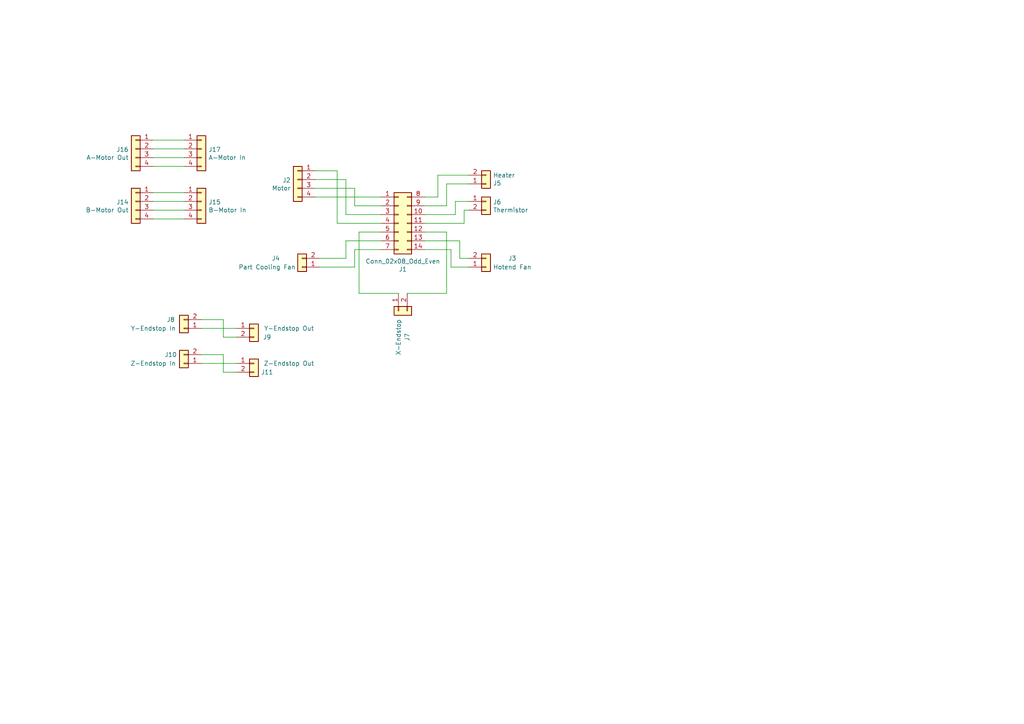
<source format=kicad_sch>
(kicad_sch (version 20211123) (generator eeschema)

  (uuid e63e39d7-6ac0-4ffd-8aa3-1841a4541b55)

  (paper "A4")

  (lib_symbols
    (symbol "Connector_Generic:Conn_01x02" (pin_names (offset 1.016) hide) (in_bom yes) (on_board yes)
      (property "Reference" "J" (id 0) (at 0 2.54 0)
        (effects (font (size 1.27 1.27)))
      )
      (property "Value" "Conn_01x02" (id 1) (at 0 -5.08 0)
        (effects (font (size 1.27 1.27)))
      )
      (property "Footprint" "" (id 2) (at 0 0 0)
        (effects (font (size 1.27 1.27)) hide)
      )
      (property "Datasheet" "~" (id 3) (at 0 0 0)
        (effects (font (size 1.27 1.27)) hide)
      )
      (property "ki_keywords" "connector" (id 4) (at 0 0 0)
        (effects (font (size 1.27 1.27)) hide)
      )
      (property "ki_description" "Generic connector, single row, 01x02, script generated (kicad-library-utils/schlib/autogen/connector/)" (id 5) (at 0 0 0)
        (effects (font (size 1.27 1.27)) hide)
      )
      (property "ki_fp_filters" "Connector*:*_1x??_*" (id 6) (at 0 0 0)
        (effects (font (size 1.27 1.27)) hide)
      )
      (symbol "Conn_01x02_1_1"
        (rectangle (start -1.27 -2.413) (end 0 -2.667)
          (stroke (width 0.1524) (type default) (color 0 0 0 0))
          (fill (type none))
        )
        (rectangle (start -1.27 0.127) (end 0 -0.127)
          (stroke (width 0.1524) (type default) (color 0 0 0 0))
          (fill (type none))
        )
        (rectangle (start -1.27 1.27) (end 1.27 -3.81)
          (stroke (width 0.254) (type default) (color 0 0 0 0))
          (fill (type background))
        )
        (pin passive line (at -5.08 0 0) (length 3.81)
          (name "Pin_1" (effects (font (size 1.27 1.27))))
          (number "1" (effects (font (size 1.27 1.27))))
        )
        (pin passive line (at -5.08 -2.54 0) (length 3.81)
          (name "Pin_2" (effects (font (size 1.27 1.27))))
          (number "2" (effects (font (size 1.27 1.27))))
        )
      )
    )
    (symbol "Connector_Generic:Conn_01x04" (pin_names (offset 1.016) hide) (in_bom yes) (on_board yes)
      (property "Reference" "J" (id 0) (at 0 5.08 0)
        (effects (font (size 1.27 1.27)))
      )
      (property "Value" "Conn_01x04" (id 1) (at 0 -7.62 0)
        (effects (font (size 1.27 1.27)))
      )
      (property "Footprint" "" (id 2) (at 0 0 0)
        (effects (font (size 1.27 1.27)) hide)
      )
      (property "Datasheet" "~" (id 3) (at 0 0 0)
        (effects (font (size 1.27 1.27)) hide)
      )
      (property "ki_keywords" "connector" (id 4) (at 0 0 0)
        (effects (font (size 1.27 1.27)) hide)
      )
      (property "ki_description" "Generic connector, single row, 01x04, script generated (kicad-library-utils/schlib/autogen/connector/)" (id 5) (at 0 0 0)
        (effects (font (size 1.27 1.27)) hide)
      )
      (property "ki_fp_filters" "Connector*:*_1x??_*" (id 6) (at 0 0 0)
        (effects (font (size 1.27 1.27)) hide)
      )
      (symbol "Conn_01x04_1_1"
        (rectangle (start -1.27 -4.953) (end 0 -5.207)
          (stroke (width 0.1524) (type default) (color 0 0 0 0))
          (fill (type none))
        )
        (rectangle (start -1.27 -2.413) (end 0 -2.667)
          (stroke (width 0.1524) (type default) (color 0 0 0 0))
          (fill (type none))
        )
        (rectangle (start -1.27 0.127) (end 0 -0.127)
          (stroke (width 0.1524) (type default) (color 0 0 0 0))
          (fill (type none))
        )
        (rectangle (start -1.27 2.667) (end 0 2.413)
          (stroke (width 0.1524) (type default) (color 0 0 0 0))
          (fill (type none))
        )
        (rectangle (start -1.27 3.81) (end 1.27 -6.35)
          (stroke (width 0.254) (type default) (color 0 0 0 0))
          (fill (type background))
        )
        (pin passive line (at -5.08 2.54 0) (length 3.81)
          (name "Pin_1" (effects (font (size 1.27 1.27))))
          (number "1" (effects (font (size 1.27 1.27))))
        )
        (pin passive line (at -5.08 0 0) (length 3.81)
          (name "Pin_2" (effects (font (size 1.27 1.27))))
          (number "2" (effects (font (size 1.27 1.27))))
        )
        (pin passive line (at -5.08 -2.54 0) (length 3.81)
          (name "Pin_3" (effects (font (size 1.27 1.27))))
          (number "3" (effects (font (size 1.27 1.27))))
        )
        (pin passive line (at -5.08 -5.08 0) (length 3.81)
          (name "Pin_4" (effects (font (size 1.27 1.27))))
          (number "4" (effects (font (size 1.27 1.27))))
        )
      )
    )
    (symbol "Connector_Generic:Conn_02x07_Top_Bottom" (pin_names (offset 1.016) hide) (in_bom yes) (on_board yes)
      (property "Reference" "J" (id 0) (at 1.27 10.16 0)
        (effects (font (size 1.27 1.27)))
      )
      (property "Value" "Conn_02x07_Top_Bottom" (id 1) (at 1.27 -10.16 0)
        (effects (font (size 1.27 1.27)))
      )
      (property "Footprint" "" (id 2) (at 0 0 0)
        (effects (font (size 1.27 1.27)) hide)
      )
      (property "Datasheet" "~" (id 3) (at 0 0 0)
        (effects (font (size 1.27 1.27)) hide)
      )
      (property "ki_keywords" "connector" (id 4) (at 0 0 0)
        (effects (font (size 1.27 1.27)) hide)
      )
      (property "ki_description" "Generic connector, double row, 02x07, top/bottom pin numbering scheme (row 1: 1...pins_per_row, row2: pins_per_row+1 ... num_pins), script generated (kicad-library-utils/schlib/autogen/connector/)" (id 5) (at 0 0 0)
        (effects (font (size 1.27 1.27)) hide)
      )
      (property "ki_fp_filters" "Connector*:*_2x??_*" (id 6) (at 0 0 0)
        (effects (font (size 1.27 1.27)) hide)
      )
      (symbol "Conn_02x07_Top_Bottom_1_1"
        (rectangle (start -1.27 -7.493) (end 0 -7.747)
          (stroke (width 0.1524) (type default) (color 0 0 0 0))
          (fill (type none))
        )
        (rectangle (start -1.27 -4.953) (end 0 -5.207)
          (stroke (width 0.1524) (type default) (color 0 0 0 0))
          (fill (type none))
        )
        (rectangle (start -1.27 -2.413) (end 0 -2.667)
          (stroke (width 0.1524) (type default) (color 0 0 0 0))
          (fill (type none))
        )
        (rectangle (start -1.27 0.127) (end 0 -0.127)
          (stroke (width 0.1524) (type default) (color 0 0 0 0))
          (fill (type none))
        )
        (rectangle (start -1.27 2.667) (end 0 2.413)
          (stroke (width 0.1524) (type default) (color 0 0 0 0))
          (fill (type none))
        )
        (rectangle (start -1.27 5.207) (end 0 4.953)
          (stroke (width 0.1524) (type default) (color 0 0 0 0))
          (fill (type none))
        )
        (rectangle (start -1.27 7.747) (end 0 7.493)
          (stroke (width 0.1524) (type default) (color 0 0 0 0))
          (fill (type none))
        )
        (rectangle (start -1.27 8.89) (end 3.81 -8.89)
          (stroke (width 0.254) (type default) (color 0 0 0 0))
          (fill (type background))
        )
        (rectangle (start 3.81 -7.493) (end 2.54 -7.747)
          (stroke (width 0.1524) (type default) (color 0 0 0 0))
          (fill (type none))
        )
        (rectangle (start 3.81 -4.953) (end 2.54 -5.207)
          (stroke (width 0.1524) (type default) (color 0 0 0 0))
          (fill (type none))
        )
        (rectangle (start 3.81 -2.413) (end 2.54 -2.667)
          (stroke (width 0.1524) (type default) (color 0 0 0 0))
          (fill (type none))
        )
        (rectangle (start 3.81 0.127) (end 2.54 -0.127)
          (stroke (width 0.1524) (type default) (color 0 0 0 0))
          (fill (type none))
        )
        (rectangle (start 3.81 2.667) (end 2.54 2.413)
          (stroke (width 0.1524) (type default) (color 0 0 0 0))
          (fill (type none))
        )
        (rectangle (start 3.81 5.207) (end 2.54 4.953)
          (stroke (width 0.1524) (type default) (color 0 0 0 0))
          (fill (type none))
        )
        (rectangle (start 3.81 7.747) (end 2.54 7.493)
          (stroke (width 0.1524) (type default) (color 0 0 0 0))
          (fill (type none))
        )
        (pin passive line (at -5.08 7.62 0) (length 3.81)
          (name "Pin_1" (effects (font (size 1.27 1.27))))
          (number "1" (effects (font (size 1.27 1.27))))
        )
        (pin passive line (at 7.62 2.54 180) (length 3.81)
          (name "Pin_10" (effects (font (size 1.27 1.27))))
          (number "10" (effects (font (size 1.27 1.27))))
        )
        (pin passive line (at 7.62 0 180) (length 3.81)
          (name "Pin_11" (effects (font (size 1.27 1.27))))
          (number "11" (effects (font (size 1.27 1.27))))
        )
        (pin passive line (at 7.62 -2.54 180) (length 3.81)
          (name "Pin_12" (effects (font (size 1.27 1.27))))
          (number "12" (effects (font (size 1.27 1.27))))
        )
        (pin passive line (at 7.62 -5.08 180) (length 3.81)
          (name "Pin_13" (effects (font (size 1.27 1.27))))
          (number "13" (effects (font (size 1.27 1.27))))
        )
        (pin passive line (at 7.62 -7.62 180) (length 3.81)
          (name "Pin_14" (effects (font (size 1.27 1.27))))
          (number "14" (effects (font (size 1.27 1.27))))
        )
        (pin passive line (at -5.08 5.08 0) (length 3.81)
          (name "Pin_2" (effects (font (size 1.27 1.27))))
          (number "2" (effects (font (size 1.27 1.27))))
        )
        (pin passive line (at -5.08 2.54 0) (length 3.81)
          (name "Pin_3" (effects (font (size 1.27 1.27))))
          (number "3" (effects (font (size 1.27 1.27))))
        )
        (pin passive line (at -5.08 0 0) (length 3.81)
          (name "Pin_4" (effects (font (size 1.27 1.27))))
          (number "4" (effects (font (size 1.27 1.27))))
        )
        (pin passive line (at -5.08 -2.54 0) (length 3.81)
          (name "Pin_5" (effects (font (size 1.27 1.27))))
          (number "5" (effects (font (size 1.27 1.27))))
        )
        (pin passive line (at -5.08 -5.08 0) (length 3.81)
          (name "Pin_6" (effects (font (size 1.27 1.27))))
          (number "6" (effects (font (size 1.27 1.27))))
        )
        (pin passive line (at -5.08 -7.62 0) (length 3.81)
          (name "Pin_7" (effects (font (size 1.27 1.27))))
          (number "7" (effects (font (size 1.27 1.27))))
        )
        (pin passive line (at 7.62 7.62 180) (length 3.81)
          (name "Pin_8" (effects (font (size 1.27 1.27))))
          (number "8" (effects (font (size 1.27 1.27))))
        )
        (pin passive line (at 7.62 5.08 180) (length 3.81)
          (name "Pin_9" (effects (font (size 1.27 1.27))))
          (number "9" (effects (font (size 1.27 1.27))))
        )
      )
    )
  )


  (wire (pts (xy 64.77 92.71) (xy 64.77 97.79))
    (stroke (width 0) (type default) (color 0 0 0 0))
    (uuid 0094fc92-df15-495b-bb35-e7b1d822e6b8)
  )
  (wire (pts (xy 97.79 64.77) (xy 110.49 64.77))
    (stroke (width 0) (type default) (color 0 0 0 0))
    (uuid 0305f752-c4dc-4fdf-be21-68d8d08339b0)
  )
  (wire (pts (xy 132.08 58.42) (xy 135.89 58.42))
    (stroke (width 0) (type default) (color 0 0 0 0))
    (uuid 0a616698-b988-4364-a930-2951e9bf3a22)
  )
  (wire (pts (xy 100.33 69.85) (xy 100.33 74.93))
    (stroke (width 0) (type default) (color 0 0 0 0))
    (uuid 11b936e6-bfb2-490d-a241-a48f420958eb)
  )
  (wire (pts (xy 102.87 77.47) (xy 102.87 72.39))
    (stroke (width 0) (type default) (color 0 0 0 0))
    (uuid 141b748d-cb60-4846-baca-a1b1340bc92c)
  )
  (wire (pts (xy 118.11 85.09) (xy 129.54 85.09))
    (stroke (width 0) (type default) (color 0 0 0 0))
    (uuid 154b32e5-de76-4630-8ee1-56e3eaae66ac)
  )
  (wire (pts (xy 102.87 59.69) (xy 102.87 54.61))
    (stroke (width 0) (type default) (color 0 0 0 0))
    (uuid 1fa6bafa-95fd-4855-a440-e0ef002bb610)
  )
  (wire (pts (xy 123.19 57.15) (xy 127 57.15))
    (stroke (width 0) (type default) (color 0 0 0 0))
    (uuid 24accb0e-5c1e-4650-a88e-1095abfdb2db)
  )
  (wire (pts (xy 133.35 69.85) (xy 123.19 69.85))
    (stroke (width 0) (type default) (color 0 0 0 0))
    (uuid 284a0919-63df-43b6-8dbf-84c534855a30)
  )
  (wire (pts (xy 104.14 85.09) (xy 104.14 67.31))
    (stroke (width 0) (type default) (color 0 0 0 0))
    (uuid 2c6ecc42-dc9b-4aa3-9fb2-6f8a1ccb10a9)
  )
  (wire (pts (xy 110.49 69.85) (xy 100.33 69.85))
    (stroke (width 0) (type default) (color 0 0 0 0))
    (uuid 2df6f6a8-78cb-4e93-a87c-b78b3c9c9b52)
  )
  (wire (pts (xy 100.33 52.07) (xy 91.44 52.07))
    (stroke (width 0) (type default) (color 0 0 0 0))
    (uuid 2f39e413-3544-46b4-ac00-e88ffe6c23e0)
  )
  (wire (pts (xy 44.45 55.88) (xy 53.34 55.88))
    (stroke (width 0) (type default) (color 0 0 0 0))
    (uuid 33d75876-7af0-448b-a090-3b4270fde13e)
  )
  (wire (pts (xy 129.54 53.34) (xy 135.89 53.34))
    (stroke (width 0) (type default) (color 0 0 0 0))
    (uuid 3563f4d1-0c25-424e-9bd4-38e4c73cc687)
  )
  (wire (pts (xy 102.87 72.39) (xy 110.49 72.39))
    (stroke (width 0) (type default) (color 0 0 0 0))
    (uuid 387e9f6b-3ffd-48b9-b3b4-7d047a52992c)
  )
  (wire (pts (xy 100.33 62.23) (xy 110.49 62.23))
    (stroke (width 0) (type default) (color 0 0 0 0))
    (uuid 3bfd4060-86ca-49a8-96f1-6d57cef6350c)
  )
  (wire (pts (xy 130.81 77.47) (xy 135.89 77.47))
    (stroke (width 0) (type default) (color 0 0 0 0))
    (uuid 43ed1232-bb71-4dbc-88c1-93f8316c9bec)
  )
  (wire (pts (xy 129.54 85.09) (xy 129.54 67.31))
    (stroke (width 0) (type default) (color 0 0 0 0))
    (uuid 46500665-726d-43ec-afb8-825e94c85647)
  )
  (wire (pts (xy 127 50.8) (xy 135.89 50.8))
    (stroke (width 0) (type default) (color 0 0 0 0))
    (uuid 469009c6-2de4-4dcc-bdea-852b71e29e7a)
  )
  (wire (pts (xy 104.14 67.31) (xy 110.49 67.31))
    (stroke (width 0) (type default) (color 0 0 0 0))
    (uuid 4809fc2e-38a2-4990-acba-8698c3d7fd40)
  )
  (wire (pts (xy 92.71 77.47) (xy 102.87 77.47))
    (stroke (width 0) (type default) (color 0 0 0 0))
    (uuid 4cbb8cbe-7b21-403c-b910-a1353dc1fd6d)
  )
  (wire (pts (xy 100.33 62.23) (xy 100.33 52.07))
    (stroke (width 0) (type default) (color 0 0 0 0))
    (uuid 4de50725-3bc6-4180-b9b3-15821ee0a110)
  )
  (wire (pts (xy 44.45 43.18) (xy 53.34 43.18))
    (stroke (width 0) (type default) (color 0 0 0 0))
    (uuid 54ea759d-60a0-4b41-93e1-0796aa633b42)
  )
  (wire (pts (xy 134.62 64.77) (xy 123.19 64.77))
    (stroke (width 0) (type default) (color 0 0 0 0))
    (uuid 570c7b60-247e-47e6-af27-2321e0fe8196)
  )
  (wire (pts (xy 133.35 74.93) (xy 133.35 69.85))
    (stroke (width 0) (type default) (color 0 0 0 0))
    (uuid 5982ff51-6ca5-4deb-94fb-65c280d8c120)
  )
  (wire (pts (xy 44.45 48.26) (xy 53.34 48.26))
    (stroke (width 0) (type default) (color 0 0 0 0))
    (uuid 59921764-dd38-4cf2-8956-d27183054e3e)
  )
  (wire (pts (xy 92.71 74.93) (xy 100.33 74.93))
    (stroke (width 0) (type default) (color 0 0 0 0))
    (uuid 5b619570-e3e6-4400-891d-f33097d32fe3)
  )
  (wire (pts (xy 132.08 58.42) (xy 132.08 62.23))
    (stroke (width 0) (type default) (color 0 0 0 0))
    (uuid 5d790509-5ad3-4ea3-9cc3-da4acb7abc92)
  )
  (wire (pts (xy 64.77 97.79) (xy 68.58 97.79))
    (stroke (width 0) (type default) (color 0 0 0 0))
    (uuid 68c55181-1666-4ccc-9265-8b999246fc8e)
  )
  (wire (pts (xy 129.54 59.69) (xy 129.54 53.34))
    (stroke (width 0) (type default) (color 0 0 0 0))
    (uuid 7170c321-f8be-4dcd-abd6-fb4dd82823a7)
  )
  (wire (pts (xy 123.19 59.69) (xy 129.54 59.69))
    (stroke (width 0) (type default) (color 0 0 0 0))
    (uuid 784c9c36-ae5f-4840-bc5f-24925f741c6d)
  )
  (wire (pts (xy 58.42 92.71) (xy 64.77 92.71))
    (stroke (width 0) (type default) (color 0 0 0 0))
    (uuid 7de2df19-adb2-46cf-81a4-38a04e16867e)
  )
  (wire (pts (xy 44.45 58.42) (xy 53.34 58.42))
    (stroke (width 0) (type default) (color 0 0 0 0))
    (uuid 819484a5-3861-4b10-80b0-109fd67162df)
  )
  (wire (pts (xy 44.45 60.96) (xy 53.34 60.96))
    (stroke (width 0) (type default) (color 0 0 0 0))
    (uuid 9285e8ee-5677-450b-a02b-55efb9d91c19)
  )
  (wire (pts (xy 91.44 54.61) (xy 102.87 54.61))
    (stroke (width 0) (type default) (color 0 0 0 0))
    (uuid a300887e-3618-4486-93f7-c6c9dd850b8b)
  )
  (wire (pts (xy 130.81 72.39) (xy 130.81 77.47))
    (stroke (width 0) (type default) (color 0 0 0 0))
    (uuid ac481224-4602-4918-ac76-f9165ac30c23)
  )
  (wire (pts (xy 44.45 45.72) (xy 53.34 45.72))
    (stroke (width 0) (type default) (color 0 0 0 0))
    (uuid afa5b444-b785-41eb-8212-1a0c6c855eeb)
  )
  (wire (pts (xy 115.57 85.09) (xy 104.14 85.09))
    (stroke (width 0) (type default) (color 0 0 0 0))
    (uuid b6393baf-7609-42fd-a727-41b8724e9081)
  )
  (wire (pts (xy 91.44 57.15) (xy 110.49 57.15))
    (stroke (width 0) (type default) (color 0 0 0 0))
    (uuid bc699205-670f-47f3-ad4c-680e392e09ec)
  )
  (wire (pts (xy 129.54 67.31) (xy 123.19 67.31))
    (stroke (width 0) (type default) (color 0 0 0 0))
    (uuid be04063e-c74b-48b5-965b-009102991d1a)
  )
  (wire (pts (xy 123.19 62.23) (xy 132.08 62.23))
    (stroke (width 0) (type default) (color 0 0 0 0))
    (uuid c27d70d2-6155-4119-886e-4dc8c5e7f703)
  )
  (wire (pts (xy 134.62 60.96) (xy 135.89 60.96))
    (stroke (width 0) (type default) (color 0 0 0 0))
    (uuid c4a62205-2988-49f5-bc6a-7613600d4793)
  )
  (wire (pts (xy 44.45 40.64) (xy 53.34 40.64))
    (stroke (width 0) (type default) (color 0 0 0 0))
    (uuid c7856ccf-1130-4506-974e-9c43f425dc37)
  )
  (wire (pts (xy 58.42 95.25) (xy 68.58 95.25))
    (stroke (width 0) (type default) (color 0 0 0 0))
    (uuid ca078324-195e-47c8-9f68-884909d7fdf3)
  )
  (wire (pts (xy 110.49 59.69) (xy 102.87 59.69))
    (stroke (width 0) (type default) (color 0 0 0 0))
    (uuid cbc94c8d-f8fc-4f22-8a70-72736ad25f53)
  )
  (wire (pts (xy 64.77 102.87) (xy 64.77 107.95))
    (stroke (width 0) (type default) (color 0 0 0 0))
    (uuid cca964ad-d64e-4c84-a05a-4b48498db544)
  )
  (wire (pts (xy 64.77 107.95) (xy 68.58 107.95))
    (stroke (width 0) (type default) (color 0 0 0 0))
    (uuid d44cf594-638f-424d-936a-6e9ed7c314ce)
  )
  (wire (pts (xy 44.45 63.5) (xy 53.34 63.5))
    (stroke (width 0) (type default) (color 0 0 0 0))
    (uuid db30ce90-6c6d-4a7b-854a-ba0fa4ebef29)
  )
  (wire (pts (xy 134.62 60.96) (xy 134.62 64.77))
    (stroke (width 0) (type default) (color 0 0 0 0))
    (uuid e1b0e18c-68fe-44ef-9da9-af5b399b0631)
  )
  (wire (pts (xy 123.19 72.39) (xy 130.81 72.39))
    (stroke (width 0) (type default) (color 0 0 0 0))
    (uuid ea393a7e-6d21-4737-bfac-b9d1249cfc43)
  )
  (wire (pts (xy 127 57.15) (xy 127 50.8))
    (stroke (width 0) (type default) (color 0 0 0 0))
    (uuid eb45775a-f6bf-4a48-8fa7-25c2f4034d38)
  )
  (wire (pts (xy 97.79 64.77) (xy 97.79 49.53))
    (stroke (width 0) (type default) (color 0 0 0 0))
    (uuid f624f850-ac4f-4447-a510-d3bc414cb6b2)
  )
  (wire (pts (xy 58.42 102.87) (xy 64.77 102.87))
    (stroke (width 0) (type default) (color 0 0 0 0))
    (uuid f90672d0-2ca8-4eaf-98ba-17042306fced)
  )
  (wire (pts (xy 133.35 74.93) (xy 135.89 74.93))
    (stroke (width 0) (type default) (color 0 0 0 0))
    (uuid f9e1df34-c9bc-471f-9baf-46f40a7b529a)
  )
  (wire (pts (xy 58.42 105.41) (xy 68.58 105.41))
    (stroke (width 0) (type default) (color 0 0 0 0))
    (uuid fa93048a-0287-417c-a157-84428f11f7dd)
  )
  (wire (pts (xy 97.79 49.53) (xy 91.44 49.53))
    (stroke (width 0) (type default) (color 0 0 0 0))
    (uuid fb254377-3d79-4125-b2f7-86436e9eb1a8)
  )

  (symbol (lib_id "Connector_Generic:Conn_02x07_Top_Bottom") (at 115.57 64.77 0) (unit 1)
    (in_bom yes) (on_board yes)
    (uuid 00000000-0000-0000-0000-0000607f3fb4)
    (property "Reference" "J1" (id 0) (at 116.84 78.105 0))
    (property "Value" "Conn_02x08_Odd_Even" (id 1) (at 116.84 75.7936 0))
    (property "Footprint" "Connector_Molex:Molex_Micro-Fit_3.0_43045-1412_2x07_P3.00mm_Vertical" (id 2) (at 115.57 64.77 0)
      (effects (font (size 1.27 1.27)) hide)
    )
    (property "Datasheet" "~" (id 3) (at 115.57 64.77 0)
      (effects (font (size 1.27 1.27)) hide)
    )
    (pin "1" (uuid 0bae418d-c8ac-4c56-ac86-ee838e39d565))
    (pin "10" (uuid 2ceb72fa-d85c-4aff-9d68-9eee7007dc9e))
    (pin "11" (uuid 13258d55-8dbf-4bef-9706-9615eade3ecb))
    (pin "12" (uuid c5dc733b-2887-40a7-8731-0818d54e9716))
    (pin "13" (uuid 8613aabf-91e9-40c6-b81a-19040d34e20f))
    (pin "14" (uuid 466400a1-5085-4927-9877-e2df1a430e84))
    (pin "2" (uuid 39a894a5-5af0-41b0-9fb4-fa6362229134))
    (pin "3" (uuid df3680da-0b1d-40d2-9b0d-103f43f756ab))
    (pin "4" (uuid ce78326d-89e3-4909-8a83-50b7b84dac4d))
    (pin "5" (uuid fe95657c-1a28-444b-bd05-3b6452dd866d))
    (pin "6" (uuid 190237cd-6e46-405b-96e2-65743793e32b))
    (pin "7" (uuid bd236c63-88ae-4453-97c4-62b29cfa78e6))
    (pin "8" (uuid 260d8d76-243a-4c71-91bc-7fc193dd89f0))
    (pin "9" (uuid 1ca19182-990e-47ee-bcf4-e7ce8b31cd87))
  )

  (symbol (lib_id "Connector_Generic:Conn_01x04") (at 86.36 52.07 0) (mirror y) (unit 1)
    (in_bom yes) (on_board yes)
    (uuid 00000000-0000-0000-0000-0000607f8393)
    (property "Reference" "J2" (id 0) (at 84.328 52.2732 0)
      (effects (font (size 1.27 1.27)) (justify left))
    )
    (property "Value" "Motor" (id 1) (at 84.328 54.5846 0)
      (effects (font (size 1.27 1.27)) (justify left))
    )
    (property "Footprint" "Connector_JST:JST_XH_B4B-XH-A_1x04_P2.50mm_Vertical" (id 2) (at 86.36 52.07 0)
      (effects (font (size 1.27 1.27)) hide)
    )
    (property "Datasheet" "~" (id 3) (at 86.36 52.07 0)
      (effects (font (size 1.27 1.27)) hide)
    )
    (pin "1" (uuid 6a41e3f0-32d4-449d-b7e5-f2634fc34050))
    (pin "2" (uuid 59f73958-ed72-42ad-925d-938123b73d0b))
    (pin "3" (uuid 187127d5-67c2-4dcb-b98e-4f8d33fbe42c))
    (pin "4" (uuid 39c39cfe-31dd-4bf1-bf85-ce5d6f919991))
  )

  (symbol (lib_id "Connector_Generic:Conn_01x02") (at 140.97 77.47 0) (mirror x) (unit 1)
    (in_bom yes) (on_board yes)
    (uuid 00000000-0000-0000-0000-0000607f8b42)
    (property "Reference" "J3" (id 0) (at 148.59 74.93 0))
    (property "Value" "Hotend Fan" (id 1) (at 148.59 77.47 0))
    (property "Footprint" "Connector_JST:JST_XH_B2B-XH-A_1x02_P2.50mm_Vertical" (id 2) (at 140.97 77.47 0)
      (effects (font (size 1.27 1.27)) hide)
    )
    (property "Datasheet" "~" (id 3) (at 140.97 77.47 0)
      (effects (font (size 1.27 1.27)) hide)
    )
    (pin "1" (uuid 93ee5c31-4456-40ca-a207-06d7442b2b2d))
    (pin "2" (uuid 9ca278f4-f882-4934-a5eb-4b8405dd24d9))
  )

  (symbol (lib_id "Connector_Generic:Conn_01x02") (at 87.63 77.47 180) (unit 1)
    (in_bom yes) (on_board yes)
    (uuid 00000000-0000-0000-0000-0000607f91d9)
    (property "Reference" "J4" (id 0) (at 80.01 74.93 0))
    (property "Value" "Part Cooling Fan" (id 1) (at 77.47 77.47 0))
    (property "Footprint" "Connector_JST:JST_XH_B2B-XH-A_1x02_P2.50mm_Vertical" (id 2) (at 87.63 77.47 0)
      (effects (font (size 1.27 1.27)) hide)
    )
    (property "Datasheet" "~" (id 3) (at 87.63 77.47 0)
      (effects (font (size 1.27 1.27)) hide)
    )
    (pin "1" (uuid 94bd063a-37cb-424d-873f-ea96cec5cd73))
    (pin "2" (uuid a5383d44-32d8-44f2-a3a5-b237ee8f7f39))
  )

  (symbol (lib_id "Connector_Generic:Conn_01x02") (at 140.97 53.34 0) (mirror x) (unit 1)
    (in_bom yes) (on_board yes)
    (uuid 00000000-0000-0000-0000-0000607f983a)
    (property "Reference" "J5" (id 0) (at 143.002 53.1368 0)
      (effects (font (size 1.27 1.27)) (justify left))
    )
    (property "Value" "Heater" (id 1) (at 143.002 50.8254 0)
      (effects (font (size 1.27 1.27)) (justify left))
    )
    (property "Footprint" "TerminalBlock_Phoenix:TerminalBlock_Phoenix_MKDS-1,5-2-5.08_1x02_P5.08mm_Horizontal" (id 2) (at 140.97 53.34 0)
      (effects (font (size 1.27 1.27)) hide)
    )
    (property "Datasheet" "~" (id 3) (at 140.97 53.34 0)
      (effects (font (size 1.27 1.27)) hide)
    )
    (pin "1" (uuid 36a6c2d4-bc76-48dc-907b-c45d26a23587))
    (pin "2" (uuid be93725a-2123-4199-9c95-1c7cacb1763e))
  )

  (symbol (lib_id "Connector_Generic:Conn_01x02") (at 140.97 58.42 0) (unit 1)
    (in_bom yes) (on_board yes)
    (uuid 00000000-0000-0000-0000-0000607f9b98)
    (property "Reference" "J6" (id 0) (at 143.002 58.6232 0)
      (effects (font (size 1.27 1.27)) (justify left))
    )
    (property "Value" "Thermistor" (id 1) (at 143.002 60.9346 0)
      (effects (font (size 1.27 1.27)) (justify left))
    )
    (property "Footprint" "Connector_JST:JST_XH_B2B-XH-A_1x02_P2.50mm_Vertical" (id 2) (at 140.97 58.42 0)
      (effects (font (size 1.27 1.27)) hide)
    )
    (property "Datasheet" "~" (id 3) (at 140.97 58.42 0)
      (effects (font (size 1.27 1.27)) hide)
    )
    (pin "1" (uuid eb640bb2-096c-4b46-891f-aeb698ffca07))
    (pin "2" (uuid c9bbdf94-0af2-496c-a307-c939762fcb82))
  )

  (symbol (lib_id "Connector_Generic:Conn_01x02") (at 115.57 90.17 90) (mirror x) (unit 1)
    (in_bom yes) (on_board yes)
    (uuid 00000000-0000-0000-0000-0000607f9dd9)
    (property "Reference" "J7" (id 0) (at 118.11 97.79 0))
    (property "Value" "X-Endstop" (id 1) (at 115.57 97.79 0))
    (property "Footprint" "Connector_JST:JST_XH_B2B-XH-A_1x02_P2.50mm_Vertical" (id 2) (at 115.57 90.17 0)
      (effects (font (size 1.27 1.27)) hide)
    )
    (property "Datasheet" "~" (id 3) (at 115.57 90.17 0)
      (effects (font (size 1.27 1.27)) hide)
    )
    (pin "1" (uuid d0dfa415-1db3-45eb-bba7-5726a007e0c2))
    (pin "2" (uuid 6b3a6ee7-ecd1-4789-80d6-e7e85e706ae9))
  )

  (symbol (lib_id "Connector_Generic:Conn_01x04") (at 39.37 58.42 0) (mirror y) (unit 1)
    (in_bom yes) (on_board yes)
    (uuid 17a6aa9a-5615-49a9-a00c-a49611f1f6f5)
    (property "Reference" "J14" (id 0) (at 37.338 58.6232 0)
      (effects (font (size 1.27 1.27)) (justify left))
    )
    (property "Value" "B-Motor Out" (id 1) (at 37.338 60.9346 0)
      (effects (font (size 1.27 1.27)) (justify left))
    )
    (property "Footprint" "Connector_JST:JST_XH_B4B-XH-A_1x04_P2.50mm_Vertical" (id 2) (at 39.37 58.42 0)
      (effects (font (size 1.27 1.27)) hide)
    )
    (property "Datasheet" "~" (id 3) (at 39.37 58.42 0)
      (effects (font (size 1.27 1.27)) hide)
    )
    (pin "1" (uuid 6316235e-e658-40cb-baee-064e501b4862))
    (pin "2" (uuid dd334f7b-a829-4d9a-9d99-e0c665ed9ea3))
    (pin "3" (uuid 32b18140-481e-4e74-8a8c-c21c5584ec28))
    (pin "4" (uuid 2452c54f-9de8-4347-a61c-a75d5b524c7c))
  )

  (symbol (lib_id "Connector_Generic:Conn_01x02") (at 53.34 95.25 180) (unit 1)
    (in_bom yes) (on_board yes)
    (uuid 371fd245-5614-429d-9c92-3cdf41815ed4)
    (property "Reference" "J8" (id 0) (at 49.53 92.71 0))
    (property "Value" "Y-Endstop In" (id 1) (at 44.45 95.25 0))
    (property "Footprint" "Connector_JST:JST_XH_B2B-XH-A_1x02_P2.50mm_Vertical" (id 2) (at 53.34 95.25 0)
      (effects (font (size 1.27 1.27)) hide)
    )
    (property "Datasheet" "~" (id 3) (at 53.34 95.25 0)
      (effects (font (size 1.27 1.27)) hide)
    )
    (pin "1" (uuid bcd04555-0465-46a9-8a38-9b1c0188eb4b))
    (pin "2" (uuid 1e73e437-8322-477e-acfe-42e68230ce66))
  )

  (symbol (lib_id "Connector_Generic:Conn_01x04") (at 58.42 58.42 0) (unit 1)
    (in_bom yes) (on_board yes)
    (uuid 6d730227-a281-4ca9-8dba-d01c6728708d)
    (property "Reference" "J15" (id 0) (at 60.452 58.6232 0)
      (effects (font (size 1.27 1.27)) (justify left))
    )
    (property "Value" "B-Motor In" (id 1) (at 60.452 60.9346 0)
      (effects (font (size 1.27 1.27)) (justify left))
    )
    (property "Footprint" "Connector_JST:JST_XH_B4B-XH-A_1x04_P2.50mm_Vertical" (id 2) (at 58.42 58.42 0)
      (effects (font (size 1.27 1.27)) hide)
    )
    (property "Datasheet" "~" (id 3) (at 58.42 58.42 0)
      (effects (font (size 1.27 1.27)) hide)
    )
    (pin "1" (uuid 3eb69abc-43b7-4a71-b883-48f634818e42))
    (pin "2" (uuid d5decc9e-fde3-4850-aa0d-020504de5b99))
    (pin "3" (uuid ba1213dc-9492-4bd2-89d1-8393aad5a4fd))
    (pin "4" (uuid 29f6fad9-d684-42d0-82f3-0082ce96a7a4))
  )

  (symbol (lib_id "Connector_Generic:Conn_01x02") (at 53.34 105.41 180) (unit 1)
    (in_bom yes) (on_board yes)
    (uuid 8a68ab9f-49b9-4556-9773-ed86cd9bea27)
    (property "Reference" "J10" (id 0) (at 49.53 102.87 0))
    (property "Value" "Z-Endstop In" (id 1) (at 44.45 105.41 0))
    (property "Footprint" "Connector_JST:JST_XH_B2B-XH-A_1x02_P2.50mm_Vertical" (id 2) (at 53.34 105.41 0)
      (effects (font (size 1.27 1.27)) hide)
    )
    (property "Datasheet" "~" (id 3) (at 53.34 105.41 0)
      (effects (font (size 1.27 1.27)) hide)
    )
    (pin "1" (uuid dd5d8675-d91a-46c9-a0f4-ca5bb7941f9f))
    (pin "2" (uuid 74b09255-300b-41bc-a348-4c1575c49b6b))
  )

  (symbol (lib_id "Connector_Generic:Conn_01x02") (at 73.66 95.25 0) (unit 1)
    (in_bom yes) (on_board yes)
    (uuid 995f74d7-9b25-4019-9d35-6b2847249950)
    (property "Reference" "J9" (id 0) (at 77.47 97.79 0))
    (property "Value" "Y-Endstop Out" (id 1) (at 83.82 95.25 0))
    (property "Footprint" "Connector_JST:JST_XH_B2B-XH-A_1x02_P2.50mm_Vertical" (id 2) (at 73.66 95.25 0)
      (effects (font (size 1.27 1.27)) hide)
    )
    (property "Datasheet" "~" (id 3) (at 73.66 95.25 0)
      (effects (font (size 1.27 1.27)) hide)
    )
    (pin "1" (uuid c2f7007d-1b63-479a-a7fa-933e1e41a2d5))
    (pin "2" (uuid 7d167381-5f91-4517-9849-e87824a7a263))
  )

  (symbol (lib_id "Connector_Generic:Conn_01x04") (at 58.42 43.18 0) (unit 1)
    (in_bom yes) (on_board yes)
    (uuid aab36625-7b39-4773-912d-185a93e4c766)
    (property "Reference" "J17" (id 0) (at 60.452 43.3832 0)
      (effects (font (size 1.27 1.27)) (justify left))
    )
    (property "Value" "A-Motor In" (id 1) (at 60.452 45.6946 0)
      (effects (font (size 1.27 1.27)) (justify left))
    )
    (property "Footprint" "Connector_JST:JST_XH_B4B-XH-A_1x04_P2.50mm_Vertical" (id 2) (at 58.42 43.18 0)
      (effects (font (size 1.27 1.27)) hide)
    )
    (property "Datasheet" "~" (id 3) (at 58.42 43.18 0)
      (effects (font (size 1.27 1.27)) hide)
    )
    (pin "1" (uuid 603ec159-a21b-4356-9529-d257c6ca5631))
    (pin "2" (uuid c5464b1e-b29d-47f1-a1f2-3822322ab234))
    (pin "3" (uuid aba81bc0-17b0-4a1d-897b-764c76b34ca8))
    (pin "4" (uuid 9bc7ebb7-ed8c-4c8d-af37-9704734bf2dd))
  )

  (symbol (lib_id "Connector_Generic:Conn_01x04") (at 39.37 43.18 0) (mirror y) (unit 1)
    (in_bom yes) (on_board yes)
    (uuid ab663adf-435b-455b-8a65-8e5a89535642)
    (property "Reference" "J16" (id 0) (at 37.338 43.3832 0)
      (effects (font (size 1.27 1.27)) (justify left))
    )
    (property "Value" "A-Motor Out" (id 1) (at 37.338 45.6946 0)
      (effects (font (size 1.27 1.27)) (justify left))
    )
    (property "Footprint" "Connector_JST:JST_XH_B4B-XH-A_1x04_P2.50mm_Vertical" (id 2) (at 39.37 43.18 0)
      (effects (font (size 1.27 1.27)) hide)
    )
    (property "Datasheet" "~" (id 3) (at 39.37 43.18 0)
      (effects (font (size 1.27 1.27)) hide)
    )
    (pin "1" (uuid 2fcd3b41-01e1-4df5-a4a0-e589d75cb440))
    (pin "2" (uuid 4dedaa16-caba-423b-9f47-15c7fe57bdea))
    (pin "3" (uuid 114b343d-c804-4572-a380-8e5beb769567))
    (pin "4" (uuid 3b8b2f00-4a7d-4abc-9bc3-54f2ef52080d))
  )

  (symbol (lib_id "Connector_Generic:Conn_01x02") (at 73.66 105.41 0) (unit 1)
    (in_bom yes) (on_board yes)
    (uuid b1ef00bc-27fd-4f4a-a155-1b738e608b48)
    (property "Reference" "J11" (id 0) (at 77.47 107.95 0))
    (property "Value" "Z-Endstop Out" (id 1) (at 83.82 105.41 0))
    (property "Footprint" "Connector_JST:JST_XH_B2B-XH-A_1x02_P2.50mm_Vertical" (id 2) (at 73.66 105.41 0)
      (effects (font (size 1.27 1.27)) hide)
    )
    (property "Datasheet" "~" (id 3) (at 73.66 105.41 0)
      (effects (font (size 1.27 1.27)) hide)
    )
    (pin "1" (uuid 77a09c2e-107d-4a82-95c7-b222303ba715))
    (pin "2" (uuid 5e5cd445-0654-433f-a688-b9a23b9e5558))
  )

  (sheet_instances
    (path "/" (page "1"))
  )

  (symbol_instances
    (path "/00000000-0000-0000-0000-0000607f3fb4"
      (reference "J1") (unit 1) (value "Conn_02x08_Odd_Even") (footprint "Connector_Molex:Molex_Micro-Fit_3.0_43045-1412_2x07_P3.00mm_Vertical")
    )
    (path "/00000000-0000-0000-0000-0000607f8393"
      (reference "J2") (unit 1) (value "Motor") (footprint "Connector_JST:JST_XH_B4B-XH-A_1x04_P2.50mm_Vertical")
    )
    (path "/00000000-0000-0000-0000-0000607f8b42"
      (reference "J3") (unit 1) (value "Hotend Fan") (footprint "Connector_JST:JST_XH_B2B-XH-A_1x02_P2.50mm_Vertical")
    )
    (path "/00000000-0000-0000-0000-0000607f91d9"
      (reference "J4") (unit 1) (value "Part Cooling Fan") (footprint "Connector_JST:JST_XH_B2B-XH-A_1x02_P2.50mm_Vertical")
    )
    (path "/00000000-0000-0000-0000-0000607f983a"
      (reference "J5") (unit 1) (value "Heater") (footprint "TerminalBlock_Phoenix:TerminalBlock_Phoenix_MKDS-1,5-2-5.08_1x02_P5.08mm_Horizontal")
    )
    (path "/00000000-0000-0000-0000-0000607f9b98"
      (reference "J6") (unit 1) (value "Thermistor") (footprint "Connector_JST:JST_XH_B2B-XH-A_1x02_P2.50mm_Vertical")
    )
    (path "/00000000-0000-0000-0000-0000607f9dd9"
      (reference "J7") (unit 1) (value "X-Endstop") (footprint "Connector_JST:JST_XH_B2B-XH-A_1x02_P2.50mm_Vertical")
    )
    (path "/371fd245-5614-429d-9c92-3cdf41815ed4"
      (reference "J8") (unit 1) (value "Y-Endstop In") (footprint "Connector_JST:JST_XH_B2B-XH-A_1x02_P2.50mm_Vertical")
    )
    (path "/995f74d7-9b25-4019-9d35-6b2847249950"
      (reference "J9") (unit 1) (value "Y-Endstop Out") (footprint "Connector_JST:JST_XH_B2B-XH-A_1x02_P2.50mm_Vertical")
    )
    (path "/8a68ab9f-49b9-4556-9773-ed86cd9bea27"
      (reference "J10") (unit 1) (value "Z-Endstop In") (footprint "Connector_JST:JST_XH_B2B-XH-A_1x02_P2.50mm_Vertical")
    )
    (path "/b1ef00bc-27fd-4f4a-a155-1b738e608b48"
      (reference "J11") (unit 1) (value "Z-Endstop Out") (footprint "Connector_JST:JST_XH_B2B-XH-A_1x02_P2.50mm_Vertical")
    )
    (path "/17a6aa9a-5615-49a9-a00c-a49611f1f6f5"
      (reference "J14") (unit 1) (value "B-Motor Out") (footprint "Connector_JST:JST_XH_B4B-XH-A_1x04_P2.50mm_Vertical")
    )
    (path "/6d730227-a281-4ca9-8dba-d01c6728708d"
      (reference "J15") (unit 1) (value "B-Motor In") (footprint "Connector_JST:JST_XH_B4B-XH-A_1x04_P2.50mm_Vertical")
    )
    (path "/ab663adf-435b-455b-8a65-8e5a89535642"
      (reference "J16") (unit 1) (value "A-Motor Out") (footprint "Connector_JST:JST_XH_B4B-XH-A_1x04_P2.50mm_Vertical")
    )
    (path "/aab36625-7b39-4773-912d-185a93e4c766"
      (reference "J17") (unit 1) (value "A-Motor In") (footprint "Connector_JST:JST_XH_B4B-XH-A_1x04_P2.50mm_Vertical")
    )
  )
)

</source>
